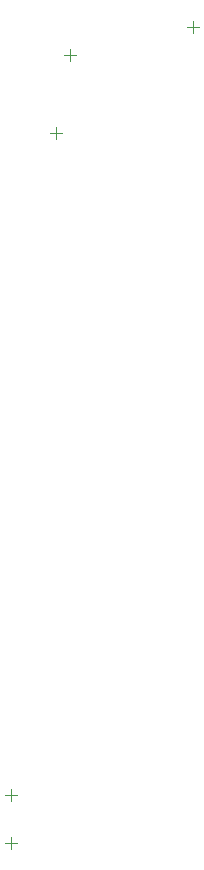
<source format=gbr>
%TF.GenerationSoftware,Altium Limited,Altium Designer,22.5.1 (42)*%
G04 Layer_Color=0*
%FSLAX45Y45*%
%MOMM*%
%TF.SameCoordinates,0F5D3445-5268-4BF5-932C-448DE224A770*%
%TF.FilePolarity,Positive*%
%TF.FileFunction,Other,Top_Component_Center*%
%TF.Part,Single*%
G01*
G75*
%TA.AperFunction,NonConductor*%
%ADD50C,0.10000*%
D50*
X9470300Y9525000D02*
X9570300D01*
X9520300Y9475000D02*
Y9575000D01*
X10680700Y10376698D02*
Y10476697D01*
X10630703Y10426700D02*
X10730702D01*
X9639300Y10135398D02*
Y10235397D01*
X9589303Y10185400D02*
X9689302D01*
X9144000Y3467903D02*
Y3567902D01*
X9094003Y3517900D02*
X9194002D01*
X9144000Y3874303D02*
Y3974302D01*
X9094003Y3924300D02*
X9194002D01*
%TF.MD5,7ef61dc37cc8dd8c29b55884f6e88b4f*%
M02*

</source>
